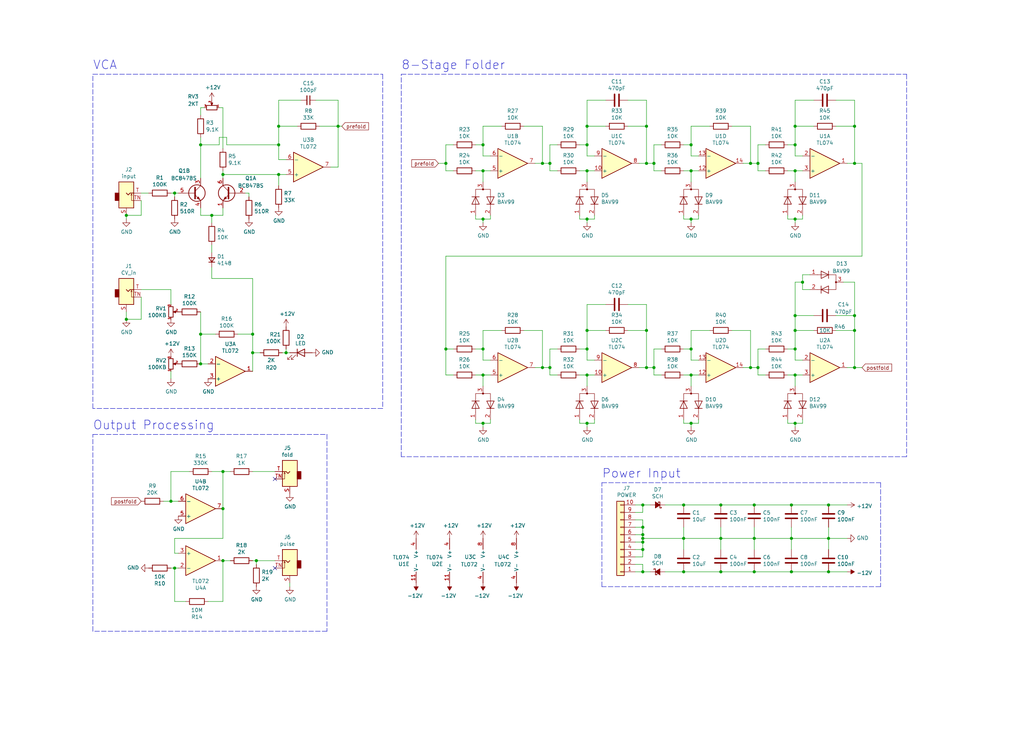
<source format=kicad_sch>
(kicad_sch (version 20211123) (generator eeschema)
  (paper "User" 350.012 250.012)
  (title_block (company "Noise Reap"))
  (junction (at 152.4 55.88))
  (junction (at 233.68 184.15))
  (junction (at 68.58 49.53))
  (junction (at 87.63 191.77))
  (junction (at 236.22 58.42))
  (junction (at 59.69 66.04))
  (junction (at 187.96 55.88))
  (junction (at 86.36 120.65))
  (junction (at 271.78 74.93))
  (junction (at 219.71 180.34))
  (junction (at 152.4 119.38))
  (junction (at 220.98 125.73))
  (junction (at 236.22 119.38))
  (junction (at 43.18 73.66))
  (junction (at 165.1 119.38))
  (junction (at 292.1 43.18))
  (junction (at 271.78 58.42))
  (junction (at 259.08 55.88))
  (junction (at 200.66 49.53))
  (junction (at 72.39 73.66))
  (junction (at 165.1 128.27))
  (junction (at 271.78 119.38))
  (junction (at 165.1 58.42))
  (junction (at 256.54 125.73))
  (junction (at 233.68 172.72))
  (junction (at 271.78 49.53))
  (junction (at 165.1 74.93))
  (junction (at 76.2 173.99))
  (junction (at 95.25 43.18))
  (junction (at 270.51 195.58))
  (junction (at 219.71 182.88))
  (junction (at 200.66 43.18))
  (junction (at 187.96 125.73))
  (junction (at 200.66 119.38))
  (junction (at 200.66 128.27))
  (junction (at 219.71 187.96))
  (junction (at 236.22 144.78))
  (junction (at 236.22 74.93))
  (junction (at 283.21 195.58))
  (junction (at 292.1 55.88))
  (junction (at 76.2 59.69))
  (junction (at 223.52 55.88))
  (junction (at 283.21 172.72))
  (junction (at 219.71 185.42))
  (junction (at 43.18 109.22))
  (junction (at 200.66 74.93))
  (junction (at 165.1 49.53))
  (junction (at 292.1 113.03))
  (junction (at 246.38 195.58))
  (junction (at 271.78 43.18))
  (junction (at 259.08 125.73))
  (junction (at 185.42 55.88))
  (junction (at 115.57 43.18))
  (junction (at 223.52 125.73))
  (junction (at 97.79 120.65))
  (junction (at 200.66 144.78))
  (junction (at 270.51 184.15))
  (junction (at 220.98 55.88))
  (junction (at 292.1 107.95))
  (junction (at 256.54 55.88))
  (junction (at 95.25 59.69))
  (junction (at 86.36 114.3))
  (junction (at 292.1 125.73))
  (junction (at 233.68 195.58))
  (junction (at 246.38 172.72))
  (junction (at 271.78 107.95))
  (junction (at 165.1 144.78))
  (junction (at 220.98 113.03))
  (junction (at 58.42 171.45))
  (junction (at 219.71 184.15))
  (junction (at 236.22 128.27))
  (junction (at 59.69 194.31))
  (junction (at 257.81 172.72))
  (junction (at 220.98 43.18))
  (junction (at 68.58 124.46))
  (junction (at 274.32 96.52))
  (junction (at 246.38 184.15))
  (junction (at 283.21 184.15))
  (junction (at 257.81 195.58))
  (junction (at 76.2 191.77))
  (junction (at 257.81 184.15))
  (junction (at 270.51 172.72))
  (junction (at 200.66 113.03))
  (junction (at 236.22 49.53))
  (junction (at 271.78 144.78))
  (junction (at 200.66 58.42))
  (junction (at 68.58 114.3))
  (junction (at 185.42 125.73))
  (junction (at 219.71 172.72))
  (junction (at 219.71 195.58))
  (junction (at 95.25 49.53))
  (junction (at 271.78 113.03))
  (junction (at 76.2 161.29))
  (junction (at 271.78 128.27))
  (no_connect (at 93.98 194.31))
  (no_connect (at 93.98 163.83))
  (wire (pts (xy 200.66 144.78) (xy 203.2 144.78)))
  (wire (pts (xy 59.69 194.31) (xy 58.42 194.31)))
  (wire (pts (xy 200.66 34.29) (xy 200.66 43.18)))
  (wire (pts (xy 200.66 119.38) (xy 200.66 113.03)))
  (wire (pts (xy 200.66 49.53) (xy 200.66 43.18)))
  (wire (pts (xy 76.2 58.42) (xy 76.2 59.69)))
  (wire (pts (xy 285.75 34.29) (xy 292.1 34.29)))
  (wire (pts (xy 292.1 34.29) (xy 292.1 43.18)))
  (wire (pts (xy 187.96 128.27) (xy 187.96 125.73)))
  (wire (pts (xy 68.58 73.66) (xy 72.39 73.66)))
  (wire (pts (xy 107.95 34.29) (xy 115.57 34.29)))
  (wire (pts (xy 283.21 184.15) (xy 270.51 184.15)))
  (wire (pts (xy 219.71 180.34) (xy 219.71 177.8)))
  (wire (pts (xy 236.22 119.38) (xy 236.22 113.03)))
  (wire (pts (xy 218.44 55.88) (xy 220.98 55.88)))
  (wire (pts (xy 152.4 128.27) (xy 152.4 119.38)))
  (polyline (pts (xy 31.75 215.9) (xy 31.75 148.59)))
  (wire (pts (xy 182.88 125.73) (xy 185.42 125.73)))
  (wire (pts (xy 165.1 128.27) (xy 167.64 128.27)))
  (wire (pts (xy 203.2 144.78) (xy 203.2 143.51)))
  (wire (pts (xy 220.98 125.73) (xy 220.98 113.03)))
  (wire (pts (xy 86.36 127) (xy 86.36 120.65)))
  (wire (pts (xy 58.42 127) (xy 58.42 129.54)))
  (wire (pts (xy 269.24 144.78) (xy 271.78 144.78)))
  (wire (pts (xy 76.2 161.29) (xy 72.39 161.29)))
  (polyline (pts (xy 137.16 25.4) (xy 309.88 25.4)))
  (wire (pts (xy 72.39 95.25) (xy 86.36 95.25)))
  (wire (pts (xy 283.21 184.15) (xy 283.21 180.34)))
  (wire (pts (xy 278.13 34.29) (xy 271.78 34.29)))
  (wire (pts (xy 236.22 144.78) (xy 238.76 144.78)))
  (wire (pts (xy 233.68 74.93) (xy 236.22 74.93)))
  (wire (pts (xy 220.98 104.14) (xy 220.98 113.03)))
  (wire (pts (xy 78.74 161.29) (xy 76.2 161.29)))
  (polyline (pts (xy 137.16 156.21) (xy 137.16 25.4)))
  (wire (pts (xy 48.26 66.04) (xy 50.8 66.04)))
  (wire (pts (xy 115.57 43.18) (xy 115.57 57.15)))
  (wire (pts (xy 187.96 125.73) (xy 185.42 125.73)))
  (wire (pts (xy 162.56 49.53) (xy 165.1 49.53)))
  (wire (pts (xy 102.87 34.29) (xy 95.25 34.29)))
  (wire (pts (xy 43.18 109.22) (xy 43.18 106.68)))
  (wire (pts (xy 85.09 66.04) (xy 83.82 66.04)))
  (wire (pts (xy 269.24 128.27) (xy 271.78 128.27)))
  (wire (pts (xy 294.64 87.63) (xy 294.64 55.88)))
  (wire (pts (xy 165.1 49.53) (xy 165.1 43.18)))
  (wire (pts (xy 219.71 177.8) (xy 217.17 177.8)))
  (wire (pts (xy 236.22 132.08) (xy 236.22 128.27)))
  (wire (pts (xy 246.38 184.15) (xy 257.81 184.15)))
  (wire (pts (xy 97.79 54.61) (xy 95.25 54.61)))
  (wire (pts (xy 171.45 113.03) (xy 165.1 113.03)))
  (wire (pts (xy 271.78 132.08) (xy 271.78 128.27)))
  (wire (pts (xy 200.66 132.08) (xy 200.66 128.27)))
  (wire (pts (xy 219.71 185.42) (xy 219.71 184.15)))
  (wire (pts (xy 95.25 43.18) (xy 95.25 49.53)))
  (wire (pts (xy 238.76 144.78) (xy 238.76 143.51)))
  (wire (pts (xy 198.12 58.42) (xy 200.66 58.42)))
  (wire (pts (xy 246.38 184.15) (xy 246.38 180.34)))
  (wire (pts (xy 242.57 113.03) (xy 236.22 113.03)))
  (wire (pts (xy 233.68 143.51) (xy 233.68 144.78)))
  (wire (pts (xy 271.78 49.53) (xy 271.78 43.18)))
  (wire (pts (xy 72.39 73.66) (xy 76.2 73.66)))
  (wire (pts (xy 271.78 123.19) (xy 274.32 123.19)))
  (wire (pts (xy 246.38 187.96) (xy 246.38 184.15)))
  (wire (pts (xy 271.78 146.05) (xy 271.78 144.78)))
  (wire (pts (xy 223.52 119.38) (xy 226.06 119.38)))
  (wire (pts (xy 76.2 73.66) (xy 76.2 71.12)))
  (wire (pts (xy 198.12 49.53) (xy 200.66 49.53)))
  (wire (pts (xy 261.62 128.27) (xy 259.08 128.27)))
  (wire (pts (xy 214.63 43.18) (xy 220.98 43.18)))
  (wire (pts (xy 292.1 107.95) (xy 292.1 113.03)))
  (wire (pts (xy 95.25 63.5) (xy 95.25 59.69)))
  (wire (pts (xy 285.75 43.18) (xy 292.1 43.18)))
  (wire (pts (xy 58.42 171.45) (xy 58.42 161.29)))
  (wire (pts (xy 219.71 172.72) (xy 217.17 172.72)))
  (wire (pts (xy 271.78 74.93) (xy 274.32 74.93)))
  (wire (pts (xy 93.98 191.77) (xy 87.63 191.77)))
  (wire (pts (xy 222.25 172.72) (xy 219.71 172.72)))
  (wire (pts (xy 269.24 49.53) (xy 271.78 49.53)))
  (wire (pts (xy 68.58 36.83) (xy 68.58 39.37)))
  (wire (pts (xy 236.22 49.53) (xy 236.22 43.18)))
  (wire (pts (xy 69.85 36.83) (xy 68.58 36.83)))
  (wire (pts (xy 236.22 128.27) (xy 238.76 128.27)))
  (wire (pts (xy 58.42 66.04) (xy 59.69 66.04)))
  (wire (pts (xy 59.69 184.15) (xy 76.2 184.15)))
  (wire (pts (xy 182.88 55.88) (xy 185.42 55.88)))
  (wire (pts (xy 219.71 195.58) (xy 222.25 195.58)))
  (wire (pts (xy 85.09 67.31) (xy 85.09 66.04)))
  (wire (pts (xy 227.33 172.72) (xy 233.68 172.72)))
  (wire (pts (xy 276.86 93.98) (xy 274.32 93.98)))
  (wire (pts (xy 259.08 55.88) (xy 256.54 55.88)))
  (wire (pts (xy 271.78 128.27) (xy 274.32 128.27)))
  (wire (pts (xy 72.39 91.44) (xy 72.39 95.25)))
  (wire (pts (xy 233.68 128.27) (xy 236.22 128.27)))
  (wire (pts (xy 270.51 184.15) (xy 257.81 184.15)))
  (polyline (pts (xy 111.76 215.9) (xy 31.75 215.9)))
  (wire (pts (xy 223.52 125.73) (xy 220.98 125.73)))
  (wire (pts (xy 200.66 76.2) (xy 200.66 74.93)))
  (wire (pts (xy 259.08 49.53) (xy 261.62 49.53)))
  (wire (pts (xy 59.69 67.31) (xy 59.69 66.04)))
  (polyline (pts (xy 31.75 25.4) (xy 130.81 25.4)))
  (polyline (pts (xy 31.75 139.7) (xy 31.75 25.4)))
  (wire (pts (xy 165.1 62.23) (xy 165.1 58.42)))
  (wire (pts (xy 200.66 123.19) (xy 203.2 123.19)))
  (wire (pts (xy 76.2 184.15) (xy 76.2 173.99)))
  (wire (pts (xy 115.57 57.15) (xy 113.03 57.15)))
  (wire (pts (xy 217.17 190.5) (xy 219.71 190.5)))
  (wire (pts (xy 48.26 73.66) (xy 43.18 73.66)))
  (wire (pts (xy 271.78 34.29) (xy 271.78 43.18)))
  (wire (pts (xy 185.42 55.88) (xy 185.42 43.18)))
  (wire (pts (xy 271.78 107.95) (xy 271.78 113.03)))
  (wire (pts (xy 167.64 74.93) (xy 167.64 73.66)))
  (wire (pts (xy 257.81 172.72) (xy 270.51 172.72)))
  (wire (pts (xy 233.68 184.15) (xy 233.68 180.34)))
  (wire (pts (xy 198.12 143.51) (xy 198.12 144.78)))
  (wire (pts (xy 179.07 43.18) (xy 185.42 43.18)))
  (wire (pts (xy 171.45 43.18) (xy 165.1 43.18)))
  (wire (pts (xy 288.29 96.52) (xy 292.1 96.52)))
  (wire (pts (xy 217.17 182.88) (xy 219.71 182.88)))
  (wire (pts (xy 99.06 200.66) (xy 99.06 199.39)))
  (wire (pts (xy 271.78 76.2) (xy 271.78 74.93)))
  (wire (pts (xy 86.36 120.65) (xy 86.36 114.3)))
  (wire (pts (xy 71.12 124.46) (xy 68.58 124.46)))
  (wire (pts (xy 271.78 144.78) (xy 274.32 144.78)))
  (wire (pts (xy 187.96 49.53) (xy 190.5 49.53)))
  (wire (pts (xy 198.12 144.78) (xy 200.66 144.78)))
  (wire (pts (xy 152.4 119.38) (xy 152.4 87.63)))
  (wire (pts (xy 203.2 74.93) (xy 203.2 73.66)))
  (wire (pts (xy 165.1 74.93) (xy 167.64 74.93)))
  (wire (pts (xy 58.42 171.45) (xy 55.88 171.45)))
  (wire (pts (xy 220.98 55.88) (xy 220.98 43.18)))
  (wire (pts (xy 259.08 119.38) (xy 261.62 119.38)))
  (wire (pts (xy 271.78 96.52) (xy 271.78 107.95)))
  (wire (pts (xy 217.17 185.42) (xy 219.71 185.42)))
  (wire (pts (xy 187.96 58.42) (xy 187.96 55.88)))
  (wire (pts (xy 162.56 73.66) (xy 162.56 74.93)))
  (wire (pts (xy 68.58 71.12) (xy 68.58 73.66)))
  (wire (pts (xy 271.78 119.38) (xy 271.78 113.03)))
  (wire (pts (xy 223.52 49.53) (xy 226.06 49.53)))
  (wire (pts (xy 236.22 123.19) (xy 236.22 119.38)))
  (wire (pts (xy 271.78 62.23) (xy 271.78 58.42)))
  (wire (pts (xy 200.66 104.14) (xy 200.66 113.03)))
  (wire (pts (xy 270.51 180.34) (xy 270.51 184.15)))
  (wire (pts (xy 283.21 187.96) (xy 283.21 184.15)))
  (wire (pts (xy 154.94 58.42) (xy 152.4 58.42)))
  (polyline (pts (xy 31.75 148.59) (xy 111.76 148.59)))
  (wire (pts (xy 259.08 49.53) (xy 259.08 55.88)))
  (wire (pts (xy 165.1 123.19) (xy 167.64 123.19)))
  (wire (pts (xy 152.4 58.42) (xy 152.4 55.88)))
  (wire (pts (xy 162.56 144.78) (xy 165.1 144.78)))
  (wire (pts (xy 223.52 125.73) (xy 223.52 119.38)))
  (wire (pts (xy 59.69 205.74) (xy 59.69 194.31)))
  (wire (pts (xy 154.94 128.27) (xy 152.4 128.27)))
  (wire (pts (xy 43.18 74.93) (xy 43.18 73.66)))
  (polyline (pts (xy 309.88 156.21) (xy 137.16 156.21)))
  (wire (pts (xy 200.66 53.34) (xy 203.2 53.34)))
  (wire (pts (xy 218.44 125.73) (xy 220.98 125.73)))
  (wire (pts (xy 200.66 53.34) (xy 200.66 49.53)))
  (wire (pts (xy 165.1 123.19) (xy 165.1 119.38)))
  (wire (pts (xy 233.68 172.72) (xy 246.38 172.72)))
  (wire (pts (xy 217.17 175.26) (xy 219.71 175.26)))
  (wire (pts (xy 78.74 191.77) (xy 76.2 191.77)))
  (wire (pts (xy 152.4 55.88) (xy 149.86 55.88)))
  (wire (pts (xy 152.4 119.38) (xy 154.94 119.38)))
  (wire (pts (xy 200.66 58.42) (xy 203.2 58.42)))
  (wire (pts (xy 162.56 143.51) (xy 162.56 144.78)))
  (wire (pts (xy 48.26 99.06) (xy 58.42 99.06)))
  (wire (pts (xy 278.13 43.18) (xy 271.78 43.18)))
  (wire (pts (xy 289.56 55.88) (xy 292.1 55.88)))
  (wire (pts (xy 259.08 125.73) (xy 256.54 125.73)))
  (wire (pts (xy 219.71 187.96) (xy 219.71 185.42)))
  (wire (pts (xy 74.93 36.83) (xy 76.2 36.83)))
  (wire (pts (xy 270.51 172.72) (xy 283.21 172.72)))
  (wire (pts (xy 68.58 60.96) (xy 68.58 49.53)))
  (wire (pts (xy 269.24 74.93) (xy 271.78 74.93)))
  (wire (pts (xy 259.08 125.73) (xy 259.08 119.38)))
  (wire (pts (xy 187.96 119.38) (xy 190.5 119.38)))
  (wire (pts (xy 68.58 114.3) (xy 68.58 106.68)))
  (wire (pts (xy 236.22 74.93) (xy 238.76 74.93)))
  (wire (pts (xy 292.1 125.73) (xy 292.1 113.03)))
  (wire (pts (xy 274.32 99.06) (xy 274.32 96.52)))
  (wire (pts (xy 254 55.88) (xy 256.54 55.88)))
  (wire (pts (xy 233.68 184.15) (xy 246.38 184.15)))
  (wire (pts (xy 233.68 187.96) (xy 233.68 184.15)))
  (wire (pts (xy 87.63 191.77) (xy 87.63 193.04)))
  (wire (pts (xy 86.36 114.3) (xy 81.28 114.3)))
  (wire (pts (xy 283.21 195.58) (xy 270.51 195.58)))
  (wire (pts (xy 257.81 187.96) (xy 257.81 184.15)))
  (wire (pts (xy 162.56 128.27) (xy 165.1 128.27)))
  (wire (pts (xy 274.32 144.78) (xy 274.32 143.51)))
  (wire (pts (xy 165.1 132.08) (xy 165.1 128.27)))
  (wire (pts (xy 68.58 49.53) (xy 74.93 49.53)))
  (wire (pts (xy 233.68 119.38) (xy 236.22 119.38)))
  (wire (pts (xy 223.52 55.88) (xy 220.98 55.88)))
  (wire (pts (xy 59.69 189.23) (xy 59.69 184.15)))
  (wire (pts (xy 198.12 128.27) (xy 200.66 128.27)))
  (wire (pts (xy 60.96 171.45) (xy 58.42 171.45)))
  (wire (pts (xy 179.07 113.03) (xy 185.42 113.03)))
  (wire (pts (xy 269.24 58.42) (xy 271.78 58.42)))
  (wire (pts (xy 274.32 74.93) (xy 274.32 73.66)))
  (wire (pts (xy 226.06 58.42) (xy 223.52 58.42)))
  (wire (pts (xy 233.68 184.15) (xy 219.71 184.15)))
  (wire (pts (xy 217.17 195.58) (xy 219.71 195.58)))
  (wire (pts (xy 219.71 193.04) (xy 219.71 195.58)))
  (wire (pts (xy 233.68 144.78) (xy 236.22 144.78)))
  (wire (pts (xy 48.26 109.22) (xy 43.18 109.22)))
  (wire (pts (xy 200.66 146.05) (xy 200.66 144.78)))
  (polyline (pts (xy 130.81 139.7) (xy 31.75 139.7)))
  (wire (pts (xy 187.96 55.88) (xy 185.42 55.88)))
  (wire (pts (xy 292.1 55.88) (xy 292.1 43.18)))
  (wire (pts (xy 220.98 34.29) (xy 220.98 43.18)))
  (wire (pts (xy 219.71 184.15) (xy 219.71 182.88)))
  (polyline (pts (xy 130.81 25.4) (xy 130.81 139.7)))
  (wire (pts (xy 88.9 120.65) (xy 86.36 120.65)))
  (wire (pts (xy 233.68 49.53) (xy 236.22 49.53)))
  (wire (pts (xy 115.57 34.29) (xy 115.57 43.18)))
  (wire (pts (xy 200.66 128.27) (xy 203.2 128.27)))
  (wire (pts (xy 76.2 59.69) (xy 76.2 60.96)))
  (wire (pts (xy 68.58 49.53) (xy 68.58 46.99)))
  (wire (pts (xy 76.2 173.99) (xy 76.2 161.29)))
  (wire (pts (xy 73.66 114.3) (xy 68.58 114.3)))
  (wire (pts (xy 270.51 184.15) (xy 270.51 187.96)))
  (wire (pts (xy 219.71 190.5) (xy 219.71 187.96)))
  (wire (pts (xy 200.66 74.93) (xy 203.2 74.93)))
  (wire (pts (xy 60.96 189.23) (xy 59.69 189.23)))
  (wire (pts (xy 233.68 73.66) (xy 233.68 74.93)))
  (wire (pts (xy 261.62 58.42) (xy 259.08 58.42)))
  (wire (pts (xy 269.24 73.66) (xy 269.24 74.93)))
  (wire (pts (xy 274.32 93.98) (xy 274.32 96.52)))
  (wire (pts (xy 226.06 128.27) (xy 223.52 128.27)))
  (wire (pts (xy 198.12 73.66) (xy 198.12 74.93)))
  (wire (pts (xy 60.96 194.31) (xy 59.69 194.31)))
  (wire (pts (xy 165.1 119.38) (xy 165.1 113.03)))
  (wire (pts (xy 214.63 113.03) (xy 220.98 113.03)))
  (wire (pts (xy 250.19 113.03) (xy 256.54 113.03)))
  (wire (pts (xy 246.38 172.72) (xy 257.81 172.72)))
  (wire (pts (xy 294.64 55.88) (xy 292.1 55.88)))
  (wire (pts (xy 77.47 46.99) (xy 77.47 49.53)))
  (wire (pts (xy 236.22 123.19) (xy 238.76 123.19)))
  (wire (pts (xy 271.78 58.42) (xy 274.32 58.42)))
  (wire (pts (xy 152.4 49.53) (xy 154.94 49.53)))
  (wire (pts (xy 207.01 104.14) (xy 200.66 104.14)))
  (wire (pts (xy 165.1 146.05) (xy 165.1 144.78)))
  (wire (pts (xy 271.78 107.95) (xy 278.13 107.95)))
  (wire (pts (xy 95.25 49.53) (xy 95.25 54.61)))
  (wire (pts (xy 256.54 55.88) (xy 256.54 43.18)))
  (wire (pts (xy 97.79 119.38) (xy 97.79 120.65)))
  (wire (pts (xy 72.39 86.36) (xy 72.39 83.82)))
  (wire (pts (xy 58.42 161.29) (xy 64.77 161.29)))
  (wire (pts (xy 207.01 43.18) (xy 200.66 43.18)))
  (polyline (pts (xy 309.88 25.4) (xy 309.88 156.21)))
  (wire (pts (xy 217.17 193.04) (xy 219.71 193.04)))
  (wire (pts (xy 58.42 99.06) (xy 58.42 104.14)))
  (wire (pts (xy 76.2 191.77) (xy 76.2 205.74)))
  (wire (pts (xy 236.22 76.2) (xy 236.22 74.93)))
  (wire (pts (xy 162.56 74.93) (xy 165.1 74.93)))
  (wire (pts (xy 152.4 55.88) (xy 152.4 49.53)))
  (wire (pts (xy 236.22 146.05) (xy 236.22 144.78)))
  (wire (pts (xy 86.36 191.77) (xy 87.63 191.77)))
  (wire (pts (xy 198.12 119.38) (xy 200.66 119.38)))
  (wire (pts (xy 165.1 53.34) (xy 165.1 49.53)))
  (wire (pts (xy 236.22 53.34) (xy 238.76 53.34)))
  (wire (pts (xy 72.39 76.2) (xy 72.39 73.66)))
  (wire (pts (xy 217.17 187.96) (xy 219.71 187.96)))
  (wire (pts (xy 257.81 184.15) (xy 257.81 180.34)))
  (wire (pts (xy 233.68 58.42) (xy 236.22 58.42)))
  (wire (pts (xy 236.22 53.34) (xy 236.22 49.53)))
  (polyline (pts (xy 205.74 165.1) (xy 300.99 165.1)))
  (wire (pts (xy 223.52 128.27) (xy 223.52 125.73)))
  (wire (pts (xy 165.1 76.2) (xy 165.1 74.93)))
  (wire (pts (xy 285.75 107.95) (xy 292.1 107.95)))
  (wire (pts (xy 162.56 119.38) (xy 165.1 119.38)))
  (wire (pts (xy 190.5 128.27) (xy 187.96 128.27)))
  (wire (pts (xy 207.01 34.29) (xy 200.66 34.29)))
  (wire (pts (xy 256.54 125.73) (xy 256.54 113.03)))
  (wire (pts (xy 77.47 49.53) (xy 95.25 49.53)))
  (wire (pts (xy 271.78 53.34) (xy 271.78 49.53)))
  (wire (pts (xy 223.52 58.42) (xy 223.52 55.88)))
  (wire (pts (xy 95.25 34.29) (xy 95.25 43.18)))
  (wire (pts (xy 236.22 62.23) (xy 236.22 58.42)))
  (wire (pts (xy 162.56 58.42) (xy 165.1 58.42)))
  (wire (pts (xy 271.78 53.34) (xy 274.32 53.34)))
  (wire (pts (xy 95.25 59.69) (xy 97.79 59.69)))
  (wire (pts (xy 289.56 172.72) (xy 283.21 172.72)))
  (polyline (pts (xy 205.74 200.66) (xy 205.74 165.1)))
  (wire (pts (xy 165.1 53.34) (xy 167.64 53.34)))
  (polyline (pts (xy 111.76 148.59) (xy 111.76 215.9)))
  (wire (pts (xy 59.69 66.04) (xy 60.96 66.04)))
  (wire (pts (xy 86.36 95.25) (xy 86.36 114.3)))
  (wire (pts (xy 233.68 195.58) (xy 227.33 195.58)))
  (wire (pts (xy 254 125.73) (xy 256.54 125.73)))
  (wire (pts (xy 207.01 113.03) (xy 200.66 113.03)))
  (wire (pts (xy 217.17 180.34) (xy 219.71 180.34)))
  (wire (pts (xy 289.56 125.73) (xy 292.1 125.73)))
  (wire (pts (xy 270.51 195.58) (xy 257.81 195.58)))
  (wire (pts (xy 74.93 49.53) (xy 74.93 46.99)))
  (wire (pts (xy 74.93 46.99) (xy 77.47 46.99)))
  (wire (pts (xy 99.06 120.65) (xy 97.79 120.65)))
  (wire (pts (xy 96.52 120.65) (xy 97.79 120.65)))
  (wire (pts (xy 116.84 43.18) (xy 115.57 43.18)))
  (wire (pts (xy 269.24 143.51) (xy 269.24 144.78)))
  (wire (pts (xy 200.66 62.23) (xy 200.66 58.42)))
  (wire (pts (xy 238.76 74.93) (xy 238.76 73.66)))
  (wire (pts (xy 242.57 43.18) (xy 236.22 43.18)))
  (wire (pts (xy 48.26 101.6) (xy 48.26 109.22)))
  (wire (pts (xy 76.2 205.74) (xy 71.12 205.74)))
  (wire (pts (xy 233.68 195.58) (xy 246.38 195.58)))
  (wire (pts (xy 259.08 128.27) (xy 259.08 125.73)))
  (wire (pts (xy 269.24 119.38) (xy 271.78 119.38)))
  (wire (pts (xy 93.98 161.29) (xy 86.36 161.29)))
  (wire (pts (xy 109.22 43.18) (xy 115.57 43.18)))
  (wire (pts (xy 223.52 55.88) (xy 223.52 49.53)))
  (wire (pts (xy 152.4 87.63) (xy 294.64 87.63)))
  (polyline (pts (xy 300.99 165.1) (xy 300.99 200.66)))
  (wire (pts (xy 289.56 195.58) (xy 283.21 195.58)))
  (wire (pts (xy 187.96 55.88) (xy 187.96 49.53)))
  (wire (pts (xy 214.63 104.14) (xy 220.98 104.14)))
  (wire (pts (xy 190.5 58.42) (xy 187.96 58.42)))
  (wire (pts (xy 236.22 58.42) (xy 238.76 58.42)))
  (wire (pts (xy 246.38 195.58) (xy 257.81 195.58)))
  (wire (pts (xy 271.78 123.19) (xy 271.78 119.38)))
  (wire (pts (xy 95.25 59.69) (xy 76.2 59.69)))
  (wire (pts (xy 278.13 113.03) (xy 271.78 113.03)))
  (wire (pts (xy 274.32 96.52) (xy 271.78 96.52)))
  (wire (pts (xy 198.12 74.93) (xy 200.66 74.93)))
  (wire (pts (xy 63.5 205.74) (xy 59.69 205.74)))
  (wire (pts (xy 219.71 182.88) (xy 219.71 180.34)))
  (wire (pts (xy 48.26 68.58) (xy 48.26 73.66)))
  (polyline (pts (xy 300.99 200.66) (xy 205.74 200.66)))
  (wire (pts (xy 250.19 43.18) (xy 256.54 43.18)))
  (wire (pts (xy 214.63 34.29) (xy 220.98 34.29)))
  (wire (pts (xy 165.1 58.42) (xy 167.64 58.42)))
  (wire (pts (xy 294.64 125.73) (xy 292.1 125.73)))
  (wire (pts (xy 292.1 96.52) (xy 292.1 107.95)))
  (wire (pts (xy 289.56 184.15) (xy 283.21 184.15)))
  (wire (pts (xy 285.75 113.03) (xy 292.1 113.03)))
  (wire (pts (xy 219.71 175.26) (xy 219.71 172.72)))
  (wire (pts (xy 167.64 144.78) (xy 167.64 143.51)))
  (wire (pts (xy 68.58 114.3) (xy 68.58 124.46)))
  (wire (pts (xy 259.08 55.88) (xy 259.08 58.42)))
  (wire (pts (xy 185.42 125.73) (xy 185.42 113.03)))
  (wire (pts (xy 276.86 99.06) (xy 274.32 99.06)))
  (wire (pts (xy 187.96 125.73) (xy 187.96 119.38)))
  (wire (pts (xy 165.1 144.78) (xy 167.64 144.78)))
  (wire (pts (xy 76.2 36.83) (xy 76.2 50.8)))
  (wire (pts (xy 95.25 43.18) (xy 101.6 43.18)))
  (wire (pts (xy 200.66 123.19) (xy 200.66 119.38)))
  (text "VCA" (at 31.75 24.13 0) (effects (font (size 2.9972 2.9972)) (justify left bottom)))
  (text "8-Stage Folder" (at 137.16 24.13 0) (effects (font (size 2.9972 2.9972)) (justify left bottom)))
  (text "Output Processing" (at 31.75 147.32 0) (effects (font (size 2.9972 2.9972)) (justify left bottom)))
  (text "Power Input" (at 205.74 163.83 0) (effects (font (size 2.9972 2.9972)) (justify left bottom)))
  (global_label "prefold" (shape input) (at 116.84 43.18 0) (property "Intersheet References" "${INTERSHEET_REFS}" (effects hide)))
  (global_label "postfold" (shape input) (at 48.26 171.45 180) (property "Intersheet References" "${INTERSHEET_REFS}" (effects hide)))
  (global_label "postfold" (shape input) (at 294.64 125.73 0) (property "Intersheet References" "${INTERSHEET_REFS}" (effects hide)))
  (global_label "prefold" (shape input) (at 149.86 55.88 180) (property "Intersheet References" "${INTERSHEET_REFS}" (effects hide)))
  (symbol (lib_id "user_symbols_library:AudioJack2_PJ301M-12") (at 43.18 66.04 0) (unit 1)
    (property "Reference" "J2" (at 43.9928 57.9882 0))
    (property "Value" "input" (at 43.9928 60.2996 0))
    (property "Footprint" "user-footprints:AudioJack_QuPing_Pushfit" (effects hide))
  )
  (symbol (lib_id "Amplifier_Operational:TL074") (at 281.94 55.88 0) (mirror x) (unit 1)
    (property "Reference" "U1" (at 281.94 46.5582 0))
    (property "Value" "TL074" (at 281.94 48.8696 0))
    (property "Footprint" "Package_SO:SOIC-14_3.9x8.7mm_P1.27mm" (effects hide))
    (property "Datasheet" "http://www.ti.com/lit/ds/symlink/tl071.pdf" (effects hide))
  )
  (symbol (lib_id "Amplifier_Operational:TL074") (at 175.26 55.88 0) (mirror x) (unit 2)
    (property "Reference" "U1" (at 175.26 46.5582 0))
    (property "Value" "TL074" (at 175.26 48.8696 0))
    (property "Footprint" "Package_SO:SOIC-14_3.9x8.7mm_P1.27mm" (effects hide))
    (property "Datasheet" "http://www.ti.com/lit/ds/symlink/tl071.pdf" (effects hide))
  )
  (symbol (lib_id "Amplifier_Operational:TL074") (at 210.82 55.88 0) (mirror x) (unit 3)
    (property "Reference" "U1" (at 210.82 46.5582 0))
    (property "Value" "TL074" (at 210.82 48.8696 0))
    (property "Footprint" "Package_SO:SOIC-14_3.9x8.7mm_P1.27mm" (effects hide))
    (property "Datasheet" "http://www.ti.com/lit/ds/symlink/tl071.pdf" (effects hide))
  )
  (symbol (lib_id "Amplifier_Operational:TL074") (at 246.38 55.88 0) (mirror x) (unit 4)
    (property "Reference" "U1" (at 246.38 46.5582 0))
    (property "Value" "TL074" (at 246.38 48.8696 0))
    (property "Footprint" "Package_SO:SOIC-14_3.9x8.7mm_P1.27mm" (effects hide))
    (property "Datasheet" "http://www.ti.com/lit/ds/symlink/tl071.pdf" (effects hide))
  )
  (symbol (lib_id "Amplifier_Operational:TL074") (at 144.78 191.77 0) (unit 5)
    (property "Reference" "U1" (at 140.0302 192.9384 0) (effects (justify right)))
    (property "Value" "TL074" (at 140.0302 190.627 0) (effects (justify right)))
    (property "Footprint" "Package_SO:SOIC-14_3.9x8.7mm_P1.27mm" (effects hide))
    (property "Datasheet" "http://www.ti.com/lit/ds/symlink/tl071.pdf" (effects hide))
  )
  (symbol (lib_id "Amplifier_Operational:TL074") (at 175.26 125.73 0) (mirror x) (unit 2)
    (property "Reference" "U2" (at 175.26 116.4082 0))
    (property "Value" "TL074" (at 175.26 118.7196 0))
    (property "Footprint" "Package_SO:SOIC-14_3.9x8.7mm_P1.27mm" (effects hide))
    (property "Datasheet" "http://www.ti.com/lit/ds/symlink/tl071.pdf" (effects hide))
  )
  (symbol (lib_id "Amplifier_Operational:TL074") (at 210.82 125.73 0) (mirror x) (unit 3)
    (property "Reference" "U2" (at 210.82 116.4082 0))
    (property "Value" "TL074" (at 210.82 118.7196 0))
    (property "Footprint" "Package_SO:SOIC-14_3.9x8.7mm_P1.27mm" (effects hide))
    (property "Datasheet" "http://www.ti.com/lit/ds/symlink/tl071.pdf" (effects hide))
  )
  (symbol (lib_id "Amplifier_Operational:TL074") (at 156.21 191.77 0) (unit 5)
    (property "Reference" "U2" (at 151.4602 192.9384 0) (effects (justify right)))
    (property "Value" "TL074" (at 151.4602 190.627 0) (effects (justify right)))
    (property "Footprint" "Package_SO:SOIC-14_3.9x8.7mm_P1.27mm" (effects hide))
    (property "Datasheet" "http://www.ti.com/lit/ds/symlink/tl071.pdf" (effects hide))
  )
  (symbol (lib_id "Device:R") (at 72.39 80.01 0) (unit 1)
    (property "Reference" "R4" (at 74.168 78.8416 0) (effects (justify left)))
    (property "Value" "10K" (at 74.168 81.153 0) (effects (justify left)))
    (property "Footprint" "Resistor_SMD:R_0805_2012Metric" (effects hide))
  )
  (symbol (lib_id "Device:R") (at 76.2 54.61 0) (unit 1)
    (property "Reference" "R5" (at 77.978 53.4416 0) (effects (justify left)))
    (property "Value" "9.1K" (at 77.978 55.753 0) (effects (justify left)))
    (property "Footprint" "Resistor_SMD:R_0805_2012Metric" (effects hide))
  )
  (symbol (lib_id "Device:R") (at 68.58 43.18 0) (unit 1)
    (property "Reference" "R3" (at 70.358 42.0116 0) (effects (justify left)))
    (property "Value" "9.1K" (at 70.358 44.323 0) (effects (justify left)))
    (property "Footprint" "Resistor_SMD:R_0805_2012Metric" (effects hide))
  )
  (symbol (lib_id "power:+12V") (at 72.39 34.29 0) (unit 1)
    (property "Reference" "#PWR03" (effects hide))
    (property "Value" "+12V" (at 72.771 29.8958 0))
  )
  (symbol (lib_id "Device:R") (at 85.09 71.12 0) (unit 1)
    (property "Reference" "R6" (at 86.868 69.9516 0) (effects (justify left)))
    (property "Value" "510R" (at 86.868 72.263 0) (effects (justify left)))
    (property "Footprint" "Resistor_SMD:R_0805_2012Metric" (effects hide))
  )
  (symbol (lib_id "power:GND") (at 85.09 74.93 0) (unit 1)
    (property "Reference" "#PWR04" (effects hide))
    (property "Value" "GND" (at 85.217 79.3242 0))
  )
  (symbol (lib_id "Device:R") (at 59.69 71.12 0) (unit 1)
    (property "Reference" "R2" (at 61.468 69.9516 0) (effects (justify left)))
    (property "Value" "510R" (at 61.468 72.263 0) (effects (justify left)))
    (property "Footprint" "Resistor_SMD:R_0805_2012Metric" (effects hide))
  )
  (symbol (lib_id "power:GND") (at 59.69 74.93 0) (unit 1)
    (property "Reference" "#PWR02" (effects hide))
    (property "Value" "GND" (at 59.817 79.3242 0))
  )
  (symbol (lib_id "Device:R") (at 54.61 66.04 270) (unit 1)
    (property "Reference" "R1" (at 54.61 60.7822 90))
    (property "Value" "100K" (at 54.61 63.0936 90))
    (property "Footprint" "Resistor_SMD:R_0805_2012Metric" (effects hide))
  )
  (symbol (lib_id "user_symbols_library:AudioJack2_PJ301M-12") (at 99.06 161.29 0) (mirror y) (unit 1)
    (property "Reference" "J5" (at 98.2472 153.2382 0))
    (property "Value" "fold" (at 98.2472 155.5496 0))
    (property "Footprint" "user-footprints:AudioJack_QuPing_Pushfit" (effects hide))
  )
  (symbol (lib_id "user_symbols_library:AudioJack2_PJ301M-12") (at 43.18 99.06 0) (unit 1)
    (property "Reference" "J1" (at 43.9928 91.0082 0))
    (property "Value" "CV_in" (at 43.9928 93.3196 0))
    (property "Footprint" "user-footprints:AudioJack_QuPing_Pushfit" (effects hide))
  )
  (symbol (lib_id "Device:R") (at 95.25 67.31 0) (unit 1)
    (property "Reference" "R7" (at 97.028 66.1416 0) (effects (justify left)))
    (property "Value" "33K" (at 97.028 68.453 0) (effects (justify left)))
    (property "Footprint" "Resistor_SMD:R_0805_2012Metric" (effects hide))
  )
  (symbol (lib_id "power:GND") (at 95.25 71.12 0) (unit 1)
    (property "Reference" "#PWR05" (effects hide))
    (property "Value" "GND" (at 95.377 75.5142 0))
  )
  (symbol (lib_id "Device:R") (at 105.41 43.18 270) (unit 1)
    (property "Reference" "R8" (at 105.41 37.9222 90))
    (property "Value" "33K" (at 105.41 40.2336 90))
    (property "Footprint" "Resistor_SMD:R_0805_2012Metric" (effects hide))
  )
  (symbol (lib_id "power:GND") (at 99.06 168.91 0) (unit 1)
    (property "Reference" "#PWR07" (effects hide))
    (property "Value" "GND" (at 99.187 173.3042 0))
  )
  (symbol (lib_id "power:GND") (at 43.18 74.93 0) (unit 1)
    (property "Reference" "#PWR01" (effects hide))
    (property "Value" "GND" (at 43.307 79.3242 0))
  )
  (symbol (lib_id "power:GND") (at 71.12 129.54 0) (unit 1)
    (property "Reference" "#PWR0117" (effects hide))
    (property "Value" "GND" (at 71.247 133.9342 0))
  )
  (symbol (lib_id "user_symbols_library:BAV99_Alt") (at 165.1 64.77 0) (unit 1)
    (property "Reference" "D3" (at 169.8752 66.7766 0) (effects (justify left)))
    (property "Value" "BAV99" (at 169.8752 69.088 0) (effects (justify left)))
    (property "Footprint" "Package_TO_SOT_SMD:SOT-23" (effects hide))
    (property "Datasheet" "https://assets.nexperia.com/documents/data-sheet/BAV99_SER.pdf" (effects hide))
    (property "Part Ref" "C2500" (effects hide))
  )
  (symbol (lib_id "Device:D_Small") (at 72.39 88.9 90) (unit 1)
    (property "Reference" "D1" (at 74.168 87.7316 90) (effects (justify right)))
    (property "Value" "4148" (at 74.168 90.043 90) (effects (justify right)))
    (property "Footprint" "Diode_SMD:D_SOD-123" (effects hide))
  )
  (symbol (lib_id "Device:R") (at 158.75 49.53 270) (unit 1)
    (property "Reference" "R23" (at 158.75 44.2722 90))
    (property "Value" "10K" (at 158.75 46.5836 90))
    (property "Footprint" "Resistor_SMD:R_0805_2012Metric" (effects hide))
  )
  (symbol (lib_id "Device:R") (at 158.75 58.42 270) (unit 1)
    (property "Reference" "R24" (at 158.75 53.1622 90))
    (property "Value" "10K" (at 158.75 55.4736 90))
    (property "Footprint" "Resistor_SMD:R_0805_2012Metric" (effects hide))
  )
  (symbol (lib_id "Device:R") (at 175.26 43.18 270) (unit 1)
    (property "Reference" "R27" (at 175.26 37.9222 90))
    (property "Value" "10K" (at 175.26 40.2336 90))
    (property "Footprint" "Resistor_SMD:R_0805_2012Metric" (effects hide))
  )
  (symbol (lib_id "Device:R") (at 194.31 49.53 270) (unit 1)
    (property "Reference" "R29" (at 194.31 44.2722 90))
    (property "Value" "10K" (at 194.31 46.5836 90))
    (property "Footprint" "Resistor_SMD:R_0805_2012Metric" (effects hide))
  )
  (symbol (lib_id "Device:R") (at 194.31 58.42 270) (unit 1)
    (property "Reference" "R30" (at 194.31 53.1622 90))
    (property "Value" "10K" (at 194.31 55.4736 90))
    (property "Footprint" "Resistor_SMD:R_0805_2012Metric" (effects hide))
  )
  (symbol (lib_id "Device:R") (at 210.82 43.18 270) (unit 1)
    (property "Reference" "R33" (at 210.82 37.9222 90))
    (property "Value" "10K" (at 210.82 40.2336 90))
    (property "Footprint" "Resistor_SMD:R_0805_2012Metric" (effects hide))
  )
  (symbol (lib_id "Device:R") (at 229.87 49.53 270) (unit 1)
    (property "Reference" "R35" (at 229.87 44.2722 90))
    (property "Value" "10K" (at 229.87 46.5836 90))
    (property "Footprint" "Resistor_SMD:R_0805_2012Metric" (effects hide))
  )
  (symbol (lib_id "Device:R") (at 229.87 58.42 270) (unit 1)
    (property "Reference" "R36" (at 229.87 53.1622 90))
    (property "Value" "10K" (at 229.87 55.4736 90))
    (property "Footprint" "Resistor_SMD:R_0805_2012Metric" (effects hide))
  )
  (symbol (lib_id "Device:R") (at 246.38 43.18 270) (unit 1)
    (property "Reference" "R39" (at 246.38 37.9222 90))
    (property "Value" "10K" (at 246.38 40.2336 90))
    (property "Footprint" "Resistor_SMD:R_0805_2012Metric" (effects hide))
  )
  (symbol (lib_id "Device:R") (at 265.43 49.53 270) (unit 1)
    (property "Reference" "R41" (at 265.43 44.2722 90))
    (property "Value" "10K" (at 265.43 46.5836 90))
    (property "Footprint" "Resistor_SMD:R_0805_2012Metric" (effects hide))
  )
  (symbol (lib_id "Device:R") (at 265.43 58.42 270) (unit 1)
    (property "Reference" "R42" (at 265.43 53.1622 90))
    (property "Value" "10K" (at 265.43 55.4736 90))
    (property "Footprint" "Resistor_SMD:R_0805_2012Metric" (effects hide))
  )
  (symbol (lib_id "Device:R") (at 281.94 43.18 270) (unit 1)
    (property "Reference" "R45" (at 281.94 37.9222 90))
    (property "Value" "10K" (at 281.94 40.2336 90))
    (property "Footprint" "Resistor_SMD:R_0805_2012Metric" (effects hide))
  )
  (symbol (lib_id "Device:R") (at 158.75 119.38 270) (unit 1)
    (property "Reference" "R25" (at 158.75 114.1222 90))
    (property "Value" "10K" (at 158.75 116.4336 90))
    (property "Footprint" "Resistor_SMD:R_0805_2012Metric" (effects hide))
  )
  (symbol (lib_id "Device:R") (at 158.75 128.27 270) (unit 1)
    (property "Reference" "R26" (at 158.75 123.0122 90))
    (property "Value" "10K" (at 158.75 125.3236 90))
    (property "Footprint" "Resistor_SMD:R_0805_2012Metric" (effects hide))
  )
  (symbol (lib_id "Device:R") (at 175.26 113.03 270) (unit 1)
    (property "Reference" "R28" (at 175.26 107.7722 90))
    (property "Value" "10K" (at 175.26 110.0836 90))
    (property "Footprint" "Resistor_SMD:R_0805_2012Metric" (effects hide))
  )
  (symbol (lib_id "Device:R") (at 194.31 119.38 270) (unit 1)
    (property "Reference" "R31" (at 194.31 114.1222 90))
    (property "Value" "10K" (at 194.31 116.4336 90))
    (property "Footprint" "Resistor_SMD:R_0805_2012Metric" (effects hide))
  )
  (symbol (lib_id "Device:R") (at 194.31 128.27 270) (unit 1)
    (property "Reference" "R32" (at 194.31 123.0122 90))
    (property "Value" "10K" (at 194.31 125.3236 90))
    (property "Footprint" "Resistor_SMD:R_0805_2012Metric" (effects hide))
  )
  (symbol (lib_id "Device:R") (at 210.82 113.03 270) (unit 1)
    (property "Reference" "R34" (at 210.82 107.7722 90))
    (property "Value" "10K" (at 210.82 110.0836 90))
    (property "Footprint" "Resistor_SMD:R_0805_2012Metric" (effects hide))
  )
  (symbol (lib_id "Device:R") (at 229.87 119.38 270) (unit 1)
    (property "Reference" "R37" (at 229.87 114.1222 90))
    (property "Value" "10K" (at 229.87 116.4336 90))
    (property "Footprint" "Resistor_SMD:R_0805_2012Metric" (effects hide))
  )
  (symbol (lib_id "Device:R") (at 229.87 128.27 270) (unit 1)
    (property "Reference" "R38" (at 229.87 123.0122 90))
    (property "Value" "10K" (at 229.87 125.3236 90))
    (property "Footprint" "Resistor_SMD:R_0805_2012Metric" (effects hide))
  )
  (symbol (lib_id "Device:R") (at 246.38 113.03 270) (unit 1)
    (property "Reference" "R40" (at 246.38 107.7722 90))
    (property "Value" "10K" (at 246.38 110.0836 90))
    (property "Footprint" "Resistor_SMD:R_0805_2012Metric" (effects hide))
  )
  (symbol (lib_id "Device:R") (at 265.43 119.38 270) (unit 1)
    (property "Reference" "R43" (at 265.43 114.1222 90))
    (property "Value" "10K" (at 265.43 116.4336 90))
    (property "Footprint" "Resistor_SMD:R_0805_2012Metric" (effects hide))
  )
  (symbol (lib_id "Device:R") (at 265.43 128.27 270) (unit 1)
    (property "Reference" "R44" (at 265.43 123.0122 90))
    (property "Value" "10K" (at 265.43 125.3236 90))
    (property "Footprint" "Resistor_SMD:R_0805_2012Metric" (effects hide))
  )
  (symbol (lib_id "Device:R") (at 281.94 113.03 270) (unit 1)
    (property "Reference" "R46" (at 287.02 111.76 90))
    (property "Value" "10K" (at 281.94 113.03 90))
    (property "Footprint" "Resistor_SMD:R_0805_2012Metric" (effects hide))
  )
  (symbol (lib_id "power:GND") (at 165.1 76.2 0) (unit 1)
    (property "Reference" "#PWR0101" (effects hide))
    (property "Value" "GND" (at 165.227 80.5942 0))
  )
  (symbol (lib_id "user_symbols_library:BAV99_Alt") (at 200.66 64.77 0) (unit 1)
    (property "Reference" "D5" (at 205.4352 66.7766 0) (effects (justify left)))
    (property "Value" "BAV99" (at 205.4352 69.088 0) (effects (justify left)))
    (property "Footprint" "Package_TO_SOT_SMD:SOT-23" (effects hide))
    (property "Datasheet" "https://assets.nexperia.com/documents/data-sheet/BAV99_SER.pdf" (effects hide))
    (property "Part Ref" "C29718" (effects hide))
  )
  (symbol (lib_id "power:GND") (at 200.66 76.2 0) (unit 1)
    (property "Reference" "#PWR0102" (effects hide))
    (property "Value" "GND" (at 200.787 80.5942 0))
  )
  (symbol (lib_id "user_symbols_library:BAV99_Alt") (at 236.22 64.77 0) (unit 1)
    (property "Reference" "D9" (at 240.9952 66.7766 0) (effects (justify left)))
    (property "Value" "BAV99" (at 240.9952 69.088 0) (effects (justify left)))
    (property "Footprint" "Package_TO_SOT_SMD:SOT-23" (effects hide))
    (property "Datasheet" "https://assets.nexperia.com/documents/data-sheet/BAV99_SER.pdf" (effects hide))
    (property "Part Ref" "C29718" (effects hide))
  )
  (symbol (lib_id "power:GND") (at 236.22 76.2 0) (unit 1)
    (property "Reference" "#PWR0103" (effects hide))
    (property "Value" "GND" (at 236.347 80.5942 0))
  )
  (symbol (lib_id "user_symbols_library:BAV99_Alt") (at 271.78 64.77 0) (unit 1)
    (property "Reference" "D11" (at 276.5552 66.7766 0) (effects (justify left)))
    (property "Value" "BAV99" (at 276.5552 69.088 0) (effects (justify left)))
    (property "Footprint" "Package_TO_SOT_SMD:SOT-23" (effects hide))
    (property "Datasheet" "https://assets.nexperia.com/documents/data-sheet/BAV99_SER.pdf" (effects hide))
    (property "Part Ref" "C29718" (effects hide))
  )
  (symbol (lib_id "power:GND") (at 271.78 76.2 0) (unit 1)
    (property "Reference" "#PWR0104" (effects hide))
    (property "Value" "GND" (at 271.907 80.5942 0))
  )
  (symbol (lib_id "user_symbols_library:BAV99_Alt") (at 165.1 134.62 0) (unit 1)
    (property "Reference" "D4" (at 169.8752 136.6266 0) (effects (justify left)))
    (property "Value" "BAV99" (at 169.8752 138.938 0) (effects (justify left)))
    (property "Footprint" "Package_TO_SOT_SMD:SOT-23" (effects hide))
    (property "Datasheet" "https://assets.nexperia.com/documents/data-sheet/BAV99_SER.pdf" (effects hide))
    (property "Part Ref" "C29718" (effects hide))
  )
  (symbol (lib_id "power:GND") (at 165.1 146.05 0) (unit 1)
    (property "Reference" "#PWR0105" (effects hide))
    (property "Value" "GND" (at 165.227 150.4442 0))
  )
  (symbol (lib_id "Device:R") (at 92.71 120.65 270) (mirror x) (unit 1)
    (property "Reference" "R20" (at 92.71 125.73 90))
    (property "Value" "2K" (at 92.71 123.19 90))
    (property "Footprint" "Resistor_SMD:R_0805_2012Metric" (effects hide))
  )
  (symbol (lib_id "Device:LED") (at 102.87 120.65 0) (unit 1)
    (property "Reference" "D2" (at 102.6922 115.1382 0))
    (property "Value" "LED" (at 102.6922 117.4496 0))
    (property "Footprint" "user-footprints:LED_3mm" (effects hide))
  )
  (symbol (lib_id "power:GND") (at 106.68 120.65 90) (unit 1)
    (property "Reference" "#PWR0118" (effects hide))
    (property "Value" "GND" (at 109.9312 120.523 90) (effects (justify right)))
  )
  (symbol (lib_id "user_symbols_library:BAV99_Alt") (at 200.66 134.62 0) (unit 1)
    (property "Reference" "D6" (at 205.4352 136.6266 0) (effects (justify left)))
    (property "Value" "BAV99" (at 205.4352 138.938 0) (effects (justify left)))
    (property "Footprint" "Package_TO_SOT_SMD:SOT-23" (effects hide))
    (property "Datasheet" "https://assets.nexperia.com/documents/data-sheet/BAV99_SER.pdf" (effects hide))
    (property "Part Ref" "C29718" (effects hide))
  )
  (symbol (lib_id "power:GND") (at 200.66 146.05 0) (unit 1)
    (property "Reference" "#PWR0106" (effects hide))
    (property "Value" "GND" (at 200.787 150.4442 0))
  )
  (symbol (lib_id "Device:R") (at 97.79 115.57 0) (mirror x) (unit 1)
    (property "Reference" "R21" (at 96.0374 114.4016 0) (effects (justify right)))
    (property "Value" "100K" (at 96.0374 116.713 0) (effects (justify right)))
    (property "Footprint" "Resistor_SMD:R_0805_2012Metric" (effects hide))
  )
  (symbol (lib_id "Device:C") (at 246.38 176.53 0) (unit 1)
    (property "Reference" "C3" (at 249.301 175.3616 0) (effects (justify left)))
    (property "Value" "100nF" (at 249.301 177.673 0) (effects (justify left)))
    (property "Footprint" "Capacitor_SMD:C_0603_1608Metric" (effects hide))
  )
  (symbol (lib_id "Device:C") (at 246.38 191.77 0) (unit 1)
    (property "Reference" "C4" (at 249.301 190.6016 0) (effects (justify left)))
    (property "Value" "100nF" (at 249.301 192.913 0) (effects (justify left)))
    (property "Footprint" "Capacitor_SMD:C_0603_1608Metric" (effects hide))
  )
  (symbol (lib_id "power:+12V") (at 97.79 111.76 0) (unit 1)
    (property "Reference" "#PWR0119" (effects hide))
    (property "Value" "+12V" (at 98.171 107.3658 0))
  )
  (symbol (lib_id "Device:C") (at 210.82 34.29 270) (unit 1)
    (property "Reference" "C11" (at 210.82 27.8892 90))
    (property "Value" "470pF" (at 210.82 30.2006 90))
    (property "Footprint" "Capacitor_SMD:C_0805_2012Metric" (effects hide))
  )
  (symbol (lib_id "Device:C") (at 281.94 34.29 270) (unit 1)
    (property "Reference" "C13" (at 281.94 27.8892 90))
    (property "Value" "470pF" (at 281.94 30.2006 90))
    (property "Footprint" "Capacitor_SMD:C_0805_2012Metric" (effects hide))
  )
  (symbol (lib_id "Device:C") (at 210.82 104.14 270) (unit 1)
    (property "Reference" "C12" (at 210.82 97.7392 90))
    (property "Value" "470pF" (at 210.82 100.0506 90))
    (property "Footprint" "Capacitor_SMD:C_0805_2012Metric" (effects hide))
  )
  (symbol (lib_id "Amplifier_Operational:TL072") (at 78.74 127 0) (mirror x) (unit 1)
    (property "Reference" "U3" (at 78.74 117.6782 0))
    (property "Value" "TL072" (at 78.74 119.9896 0))
    (property "Footprint" "Package_SO:SOIC-8_3.9x4.9mm_P1.27mm" (effects hide))
    (property "Datasheet" "http://www.ti.com/lit/ds/symlink/tl071.pdf" (effects hide))
  )
  (symbol (lib_id "Amplifier_Operational:TL072") (at 105.41 57.15 0) (mirror x) (unit 2)
    (property "Reference" "U3" (at 105.41 47.8282 0))
    (property "Value" "TL072" (at 105.41 50.1396 0))
    (property "Footprint" "Package_SO:SOIC-8_3.9x4.9mm_P1.27mm" (effects hide))
    (property "Datasheet" "http://www.ti.com/lit/ds/symlink/tl071.pdf" (effects hide))
  )
  (symbol (lib_id "Amplifier_Operational:TL072") (at 162.56 191.77 0) (mirror y) (unit 3)
    (property "Reference" "U3" (at 158.75 190.5 0) (effects (justify right)))
    (property "Value" "TL072" (at 157.48 193.04 0) (effects (justify right)))
    (property "Footprint" "Package_SO:SOIC-8_3.9x4.9mm_P1.27mm" (effects hide))
    (property "Datasheet" "http://www.ti.com/lit/ds/symlink/tl071.pdf" (effects hide))
  )
  (symbol (lib_id "power:+12V") (at 142.24 184.15 0) (unit 1)
    (property "Reference" "#PWR0107" (effects hide))
    (property "Value" "+12V" (at 142.621 179.7558 0))
  )
  (symbol (lib_id "power:+12V") (at 153.67 184.15 0) (unit 1)
    (property "Reference" "#PWR0108" (effects hide))
    (property "Value" "+12V" (at 154.051 179.7558 0))
  )
  (symbol (lib_id "power:+12V") (at 165.1 184.15 0) (unit 1)
    (property "Reference" "#PWR0109" (effects hide))
    (property "Value" "+12V" (at 165.481 179.7558 0))
  )
  (symbol (lib_id "power:-12V") (at 142.24 199.39 180) (unit 1)
    (property "Reference" "#PWR0110" (effects hide))
    (property "Value" "-12V" (at 141.859 203.7842 0))
  )
  (symbol (lib_id "power:-12V") (at 153.67 199.39 180) (unit 1)
    (property "Reference" "#PWR0111" (effects hide))
    (property "Value" "-12V" (at 153.289 203.7842 0))
  )
  (symbol (lib_id "power:-12V") (at 165.1 199.39 180) (unit 1)
    (property "Reference" "#PWR0112" (effects hide))
    (property "Value" "-12V" (at 164.719 203.7842 0))
  )
  (symbol (lib_id "Amplifier_Operational:TL074") (at 281.94 125.73 0) (mirror x) (unit 1)
    (property "Reference" "U2" (at 281.94 116.4082 0))
    (property "Value" "TL074" (at 281.94 118.7196 0))
    (property "Footprint" "Package_SO:SOIC-14_3.9x8.7mm_P1.27mm" (effects hide))
    (property "Datasheet" "http://www.ti.com/lit/ds/symlink/tl071.pdf" (effects hide))
  )
  (symbol (lib_id "Amplifier_Operational:TL074") (at 246.38 125.73 0) (mirror x) (unit 4)
    (property "Reference" "U2" (at 246.38 116.4082 0))
    (property "Value" "TL074" (at 246.38 118.7196 0))
    (property "Footprint" "Package_SO:SOIC-14_3.9x8.7mm_P1.27mm" (effects hide))
    (property "Datasheet" "http://www.ti.com/lit/ds/symlink/tl071.pdf" (effects hide))
  )
  (symbol (lib_id "user_symbols_library:BAV99_Alt") (at 236.22 134.62 0) (unit 1)
    (property "Reference" "D10" (at 240.9952 136.6266 0) (effects (justify left)))
    (property "Value" "BAV99" (at 240.9952 138.938 0) (effects (justify left)))
    (property "Footprint" "Package_TO_SOT_SMD:SOT-23" (effects hide))
    (property "Datasheet" "https://assets.nexperia.com/documents/data-sheet/BAV99_SER.pdf" (effects hide))
    (property "Part Ref" "C29718" (effects hide))
  )
  (symbol (lib_id "power:GND") (at 236.22 146.05 0) (unit 1)
    (property "Reference" "#PWR0120" (effects hide))
    (property "Value" "GND" (at 236.347 150.4442 0))
  )
  (symbol (lib_id "user_symbols_library:BAV99_Alt") (at 271.78 134.62 0) (unit 1)
    (property "Reference" "D12" (at 276.5552 136.6266 0) (effects (justify left)))
    (property "Value" "BAV99" (at 276.5552 138.938 0) (effects (justify left)))
    (property "Footprint" "Package_TO_SOT_SMD:SOT-23" (effects hide))
    (property "Datasheet" "https://assets.nexperia.com/documents/data-sheet/BAV99_SER.pdf" (effects hide))
    (property "Part Ref" "C29718" (effects hide))
  )
  (symbol (lib_id "power:GND") (at 271.78 146.05 0) (unit 1)
    (property "Reference" "#PWR0121" (effects hide))
    (property "Value" "GND" (at 271.907 150.4442 0))
  )
  (symbol (lib_id "Device:R") (at 77.47 114.3 270) (unit 1)
    (property "Reference" "R16" (at 77.47 109.0422 90))
    (property "Value" "100K" (at 77.47 111.3536 90))
    (property "Footprint" "Resistor_SMD:R_0805_2012Metric" (effects hide))
  )
  (symbol (lib_id "Device:R") (at 64.77 106.68 270) (unit 1)
    (property "Reference" "R12" (at 64.77 101.4222 90))
    (property "Value" "100K" (at 64.77 103.7336 90))
    (property "Footprint" "Resistor_SMD:R_0805_2012Metric" (effects hide))
  )
  (symbol (lib_id "Device:R_POT_Small") (at 58.42 106.68 0) (mirror x) (unit 1)
    (property "Reference" "RV1" (at 56.9214 105.5116 0) (effects (justify right)))
    (property "Value" "100KB" (at 56.9214 107.823 0) (effects (justify right)))
    (property "Footprint" "user-footprints:POT_16mm_detailed" (effects hide))
  )
  (symbol (lib_id "Device:R_POT_Small") (at 58.42 124.46 0) (mirror x) (unit 1)
    (property "Reference" "RV2" (at 56.9214 123.2916 0) (effects (justify right)))
    (property "Value" "100KB" (at 56.9214 125.603 0) (effects (justify right)))
    (property "Footprint" "user-footprints:POT_16mm_detailed" (effects hide))
  )
  (symbol (lib_id "Device:R") (at 64.77 124.46 270) (unit 1)
    (property "Reference" "R13" (at 64.77 119.2022 90))
    (property "Value" "150K" (at 64.77 121.5136 90))
    (property "Footprint" "Resistor_SMD:R_0805_2012Metric" (effects hide))
  )
  (symbol (lib_id "power:GND") (at 58.42 129.54 0) (unit 1)
    (property "Reference" "#PWR0113" (effects hide))
    (property "Value" "GND" (at 58.547 133.9342 0))
  )
  (symbol (lib_id "power:GND") (at 58.42 109.22 0) (unit 1)
    (property "Reference" "#PWR0114" (effects hide))
    (property "Value" "GND" (at 58.547 113.6142 0))
  )
  (symbol (lib_id "power:+12V") (at 58.42 121.92 0) (unit 1)
    (property "Reference" "#PWR0115" (effects hide))
    (property "Value" "+12V" (at 58.801 117.5258 0))
  )
  (symbol (lib_id "Device:C") (at 281.94 107.95 270) (unit 1)
    (property "Reference" "C14" (at 288.29 104.14 90))
    (property "Value" "470pF" (at 288.29 106.68 90))
    (property "Footprint" "Capacitor_SMD:C_0805_2012Metric" (effects hide))
  )
  (symbol (lib_id "power:GND") (at 43.18 109.22 0) (unit 1)
    (property "Reference" "#PWR0116" (effects hide))
    (property "Value" "GND" (at 43.307 113.6142 0))
  )
  (symbol (lib_id "Amplifier_Operational:TL072") (at 68.58 191.77 0) (unit 1)
    (property "Reference" "U4" (at 68.58 201.0918 0))
    (property "Value" "TL072" (at 68.58 198.7804 0))
    (property "Footprint" "Package_SO:SOIC-8_3.9x4.9mm_P1.27mm" (effects hide))
    (property "Datasheet" "http://www.ti.com/lit/ds/symlink/tl071.pdf" (effects hide))
  )
  (symbol (lib_id "Device:R") (at 52.07 171.45 270) (unit 1)
    (property "Reference" "R9" (at 52.07 166.1922 90))
    (property "Value" "20K" (at 52.07 168.5036 90))
    (property "Footprint" "Resistor_SMD:R_0805_2012Metric" (effects hide))
  )
  (symbol (lib_id "Device:R") (at 68.58 161.29 270) (unit 1)
    (property "Reference" "R15" (at 68.58 156.0322 90))
    (property "Value" "330K" (at 68.58 158.3436 90))
    (property "Footprint" "Resistor_SMD:R_0805_2012Metric" (effects hide))
  )
  (symbol (lib_id "Device:R") (at 82.55 161.29 270) (unit 1)
    (property "Reference" "R17" (at 82.55 156.0322 90))
    (property "Value" "1K" (at 82.55 158.3436 90))
    (property "Footprint" "Resistor_SMD:R_0805_2012Metric" (effects hide))
  )
  (symbol (lib_id "power:GND") (at 60.96 176.53 0) (unit 1)
    (property "Reference" "#PWR0122" (effects hide))
    (property "Value" "GND" (at 61.087 180.9242 0))
  )
  (symbol (lib_id "Amplifier_Operational:TL072") (at 68.58 173.99 0) (mirror x) (unit 2)
    (property "Reference" "U4" (at 68.58 164.6682 0))
    (property "Value" "TL072" (at 68.58 166.9796 0))
    (property "Footprint" "Package_SO:SOIC-8_3.9x4.9mm_P1.27mm" (effects hide))
    (property "Datasheet" "http://www.ti.com/lit/ds/symlink/tl071.pdf" (effects hide))
  )
  (symbol (lib_id "Amplifier_Operational:TL072") (at 173.99 191.77 0) (mirror y) (unit 3)
    (property "Reference" "U4" (at 170.18 190.5 0) (effects (justify right)))
    (property "Value" "TL072" (at 168.91 193.04 0) (effects (justify right)))
    (property "Footprint" "Package_SO:SOIC-8_3.9x4.9mm_P1.27mm" (effects hide))
    (property "Datasheet" "http://www.ti.com/lit/ds/symlink/tl071.pdf" (effects hide))
  )
  (symbol (lib_id "power:+12V") (at 176.53 184.15 0) (unit 1)
    (property "Reference" "#PWR0123" (effects hide))
    (property "Value" "+12V" (at 176.911 179.7558 0))
  )
  (symbol (lib_id "power:-12V") (at 176.53 199.39 180) (unit 1)
    (property "Reference" "#PWR0124" (effects hide))
    (property "Value" "-12V" (at 176.149 203.7842 0))
  )
  (symbol (lib_id "Device:R") (at 54.61 194.31 270) (mirror x) (unit 1)
    (property "Reference" "R10" (at 54.61 199.5678 90))
    (property "Value" "10K" (at 54.61 197.2564 90))
    (property "Footprint" "Resistor_SMD:R_0805_2012Metric" (effects hide))
  )
  (symbol (lib_id "Device:R") (at 67.31 205.74 270) (mirror x) (unit 1)
    (property "Reference" "R14" (at 67.31 210.9978 90))
    (property "Value" "10M" (at 67.31 208.6864 90))
    (property "Footprint" "Resistor_SMD:R_0805_2012Metric" (effects hide))
  )
  (symbol (lib_id "power:GND") (at 50.8 194.31 270) (mirror x) (unit 1)
    (property "Reference" "#PWR0125" (effects hide))
    (property "Value" "GND" (at 47.5488 194.183 90) (effects (justify right)))
  )
  (symbol (lib_id "Device:R") (at 82.55 191.77 270) (unit 1)
    (property "Reference" "R18" (at 82.55 186.5122 90))
    (property "Value" "2K" (at 82.55 188.8236 90))
    (property "Footprint" "Resistor_SMD:R_0805_2012Metric" (effects hide))
  )
  (symbol (lib_id "Device:R") (at 87.63 196.85 180) (unit 1)
    (property "Reference" "R19" (at 89.408 195.6816 0) (effects (justify right)))
    (property "Value" "2K" (at 89.408 197.993 0) (effects (justify right)))
    (property "Footprint" "Resistor_SMD:R_0805_2012Metric" (effects hide))
  )
  (symbol (lib_id "power:GND") (at 87.63 200.66 0) (unit 1)
    (property "Reference" "#PWR0126" (effects hide))
    (property "Value" "GND" (at 87.757 205.0542 0))
  )
  (symbol (lib_id "user_symbols_library:AudioJack2_PJ301M-12") (at 99.06 191.77 0) (mirror y) (unit 1)
    (property "Reference" "J6" (at 98.2472 183.7182 0))
    (property "Value" "pulse" (at 98.2472 186.0296 0))
    (property "Footprint" "user-footprints:AudioJack_QuPing_Pushfit" (effects hide))
  )
  (symbol (lib_id "power:GND") (at 99.06 200.66 0) (unit 1)
    (property "Reference" "#PWR0127" (effects hide))
    (property "Value" "GND" (at 99.187 205.0542 0))
  )
  (symbol (lib_id "user_symbols_library:BAV99_Alt") (at 285.75 96.52 270) (unit 1)
    (property "Reference" "D13" (at 285.75 90.17 90) (effects (justify left)))
    (property "Value" "BAV99" (at 284.48 92.71 90) (effects (justify left)))
    (property "Footprint" "Package_TO_SOT_SMD:SOT-23" (effects hide))
    (property "Datasheet" "https://assets.nexperia.com/documents/data-sheet/BAV99_SER.pdf" (effects hide))
    (property "Part Ref" "C29718" (effects hide))
  )
  (symbol (lib_id "Device:C_Small") (at 105.41 34.29 270) (unit 1)
    (property "Reference" "C15" (at 105.41 28.4734 90))
    (property "Value" "100pF" (at 105.41 30.7848 90))
    (property "Footprint" "Capacitor_SMD:C_0805_2012Metric" (effects hide))
  )
  (symbol (lib_id "Connector_Generic:Conn_01x10") (at 212.09 185.42 180) (unit 1)
    (property "Reference" "J7" (at 214.1728 167.005 0))
    (property "Value" "POWER" (at 214.1728 169.3164 0))
    (property "Footprint" "Connector_IDC:IDC-Header_2x05_P2.54mm_Vertical" (effects hide))
  )
  (symbol (lib_id "Device:D_Schottky_Small_ALT") (at 224.79 172.72 180) (unit 1)
    (property "Reference" "D7" (at 224.79 167.4622 0))
    (property "Value" "SCH" (at 224.79 169.7736 0))
    (property "Footprint" "Diode_SMD:D_SOD-123" (effects hide))
  )
  (symbol (lib_id "Device:D_Schottky_Small_ALT") (at 224.79 195.58 0) (unit 1)
    (property "Reference" "D8" (at 224.79 190.3222 0))
    (property "Value" "SCH" (at 224.79 192.6336 0))
    (property "Footprint" "Diode_SMD:D_SOD-123" (effects hide))
  )
  (symbol (lib_id "Device:C") (at 233.68 191.77 0) (unit 1)
    (property "Reference" "C2" (at 236.601 190.6016 0) (effects (justify left)))
    (property "Value" "10uF" (at 236.601 192.913 0) (effects (justify left)))
    (property "Footprint" "Capacitor_SMD:C_1206_3216Metric" (effects hide))
  )
  (symbol (lib_id "Device:C") (at 233.68 176.53 0) (unit 1)
    (property "Reference" "C1" (at 236.601 175.3616 0) (effects (justify left)))
    (property "Value" "10uF" (at 236.601 177.673 0) (effects (justify left)))
    (property "Footprint" "Capacitor_SMD:C_1206_3216Metric" (effects hide))
  )
  (symbol (lib_id "Device:C") (at 257.81 191.77 0) (unit 1)
    (property "Reference" "C6" (at 260.731 190.6016 0) (effects (justify left)))
    (property "Value" "100nF" (at 260.731 192.913 0) (effects (justify left)))
    (property "Footprint" "Capacitor_SMD:C_0603_1608Metric" (effects hide))
  )
  (symbol (lib_id "Device:C") (at 270.51 191.77 0) (unit 1)
    (property "Reference" "C8" (at 273.431 190.6016 0) (effects (justify left)))
    (property "Value" "100nF" (at 273.431 192.913 0) (effects (justify left)))
    (property "Footprint" "Capacitor_SMD:C_0603_1608Metric" (effects hide))
  )
  (symbol (lib_id "Device:C") (at 283.21 191.77 0) (unit 1)
    (property "Reference" "C10" (at 286.131 190.6016 0) (effects (justify left)))
    (property "Value" "100nF" (at 286.131 192.913 0) (effects (justify left)))
    (property "Footprint" "Capacitor_SMD:C_0603_1608Metric" (effects hide))
  )
  (symbol (lib_id "Device:C") (at 257.81 176.53 0) (unit 1)
    (property "Reference" "C5" (at 260.731 175.3616 0) (effects (justify left)))
    (property "Value" "100nF" (at 260.731 177.673 0) (effects (justify left)))
    (property "Footprint" "Capacitor_SMD:C_0603_1608Metric" (effects hide))
  )
  (symbol (lib_id "Device:C") (at 270.51 176.53 0) (unit 1)
    (property "Reference" "C7" (at 273.431 175.3616 0) (effects (justify left)))
    (property "Value" "100nF" (at 273.431 177.673 0) (effects (justify left)))
    (property "Footprint" "Capacitor_SMD:C_0603_1608Metric" (effects hide))
  )
  (symbol (lib_id "Device:C") (at 283.21 176.53 0) (unit 1)
    (property "Reference" "C9" (at 286.131 175.3616 0) (effects (justify left)))
    (property "Value" "100nF" (at 286.131 177.673 0) (effects (justify left)))
    (property "Footprint" "Capacitor_SMD:C_0603_1608Metric" (effects hide))
  )
  (symbol (lib_id "power:+12V") (at 289.56 172.72 270) (unit 1)
    (property "Reference" "#PWR0128" (effects hide))
    (property "Value" "+12V" (at 292.8112 173.101 90) (effects (justify left)))
  )
  (symbol (lib_id "power:GND") (at 289.56 184.15 90) (unit 1)
    (property "Reference" "#PWR0129" (effects hide))
    (property "Value" "GND" (at 292.8112 184.023 90) (effects (justify right)))
  )
  (symbol (lib_id "power:-12V") (at 289.56 195.58 270) (unit 1)
    (property "Reference" "#PWR0130" (effects hide))
    (property "Value" "-12V" (at 292.8112 195.961 90) (effects (justify left)))
  )
  (symbol (lib_id "Device:Q_Dual_NPN_NPN_E1B1C2E2B2C1") (at 78.74 66.04 0) (mirror y) (unit 1)
    (property "Reference" "Q1" (at 87.63 60.96 0) (effects (justify left)))
    (property "Value" "BC847BS" (at 90.17 63.5 0) (effects (justify left)))
    (property "Footprint" "Package_TO_SOT_SMD:SOT-363_SC-70-6" (effects hide))
  )
  (symbol (lib_id "Device:R_Potentiometer_Small") (at 72.39 36.83 270) (mirror x) (unit 1)
    (property "Reference" "RV3" (at 66.04 33.02 90))
    (property "Value" "2KT" (at 66.04 35.56 90))
    (property "Footprint" "user-main:TRIM_3296W" (effects hide))
  )
  (symbol (lib_id "Device:Q_Dual_NPN_NPN_E1B1C2E2B2C1") (at 66.04 66.04 0) (unit 2)
    (property "Reference" "Q1" (at 60.96 58.42 0) (effects (justify left)))
    (property "Value" "BC847BS" (at 58.42 60.96 0) (effects (justify left)))
    (property "Footprint" "Package_TO_SOT_SMD:SOT-363_SC-70-6" (effects hide))
  )
)
</source>
